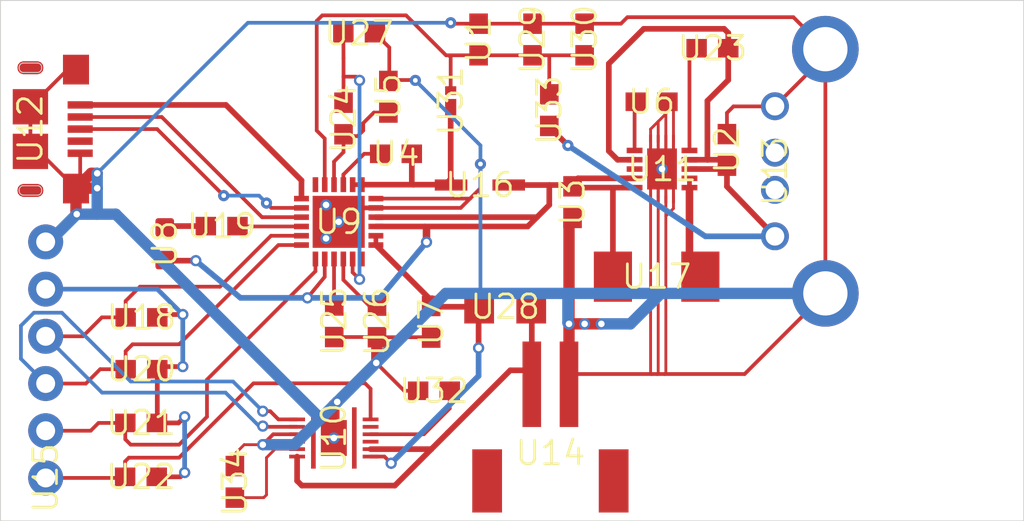
<source format=kicad_pcb>
(kicad_pcb (version 20241229) (generator "pcbnew") (generator_version "9.0")
  (layers (0 "F.Cu" signal "Top") (2 "B.Cu" signal "Bottom") (13 "F.Paste" user) (15 "B.Paste" user) (5 "F.SilkS" user) (7 "B.SilkS" user) (1 "F.Mask" user) (3 "B.Mask" user) (25 "Edge.Cuts" user))
  (net 0 "")
  (net 1 "GND")
  (net 2 "3.3V")
  (net 3 "5V")
  (net 4 "Net-(IC1-Pad24)")
  (net 5 "Net-(C4-Pad1)")
  (net 6 "/REG")
  (net 7 "Net-(C3-Pad2)")
  (net 8 "Net-(C3-Pad1)")
  (net 9 "/VBAT_MAIN")
  (net 10 "/VBAT_CELL")
  (net 11 "Net-(IC1-Pad12)")
  (net 12 "Net-(IC1-Pad11)")
  (net 13 "Net-(IC1-Pad10)")
  (net 14 "Net-(IC1-Pad9)")
  (net 15 "/CHG_INT")
  (net 16 "/SDA")
  (net 17 "/SCL")
  (net 18 "Net-(IC1-Pad4)")
  (net 19 "Net-(IC1-Pad3)")
  (net 20 "Net-(IC1-Pad2)")
  (net 21 "Net-(IC1-Pad1)")
  (net 22 "/FUEL_INT")
  (net 23 "Net-(IC2-Pad11)")
  (net 24 "Net-(IC2-Pad10)")
  (net 25 "Net-(IC2-Pad9)")
  (net 26 "Net-(IC2-Pad6)")
  (net 27 "Net-(C10-Pad1)")
  (net 28 "Net-(IC2-Pad4)")
  (net 29 "Net-(J1-PadID)")
  (net 30 "Net-(J2-Pad3)")
  (net 31 "Net-(J2-Pad2)")
  (net 32 "Net-(J3-PadNC2)")
  (net 33 "Net-(J3-PadNC1)")
  (net 34 "Net-(D2-PadC)")
  (net 35 "Net-(IC3-Pad8)")
  (net 36 "Net-(C7-Pad1)")
  (net 37 "Net-(IC3-Pad5)")
  (net 38 "Net-(IC3-Pad1)")
  (footprint "batteryCharger:0603" (layer "F.Cu") (at 160.0511 99.0436 90)
    (property "Reference" "U2")
    (property "Value" "")
  )
  (footprint "batteryCharger:0603" (layer "F.Cu") (at 151.7511 101.8536 -90)
    (property "Reference" "U3")
    (property "Value" "")
  )
  (footprint "batteryCharger:0603" (layer "F.Cu") (at 142.2611 99.2536 180)
    (property "Reference" "U4")
    (property "Value" "")
  )
  (footprint "batteryCharger:0603" (layer "F.Cu") (at 141.8511 96.1836 90)
    (property "Reference" "U5")
    (property "Value" "")
  )
  (footprint "batteryCharger:0603" (layer "F.Cu") (at 156.0011 96.4536)
    (property "Reference" "U6")
    (property "Value" "")
  )
  (footprint "batteryCharger:0603" (layer "F.Cu") (at 144.1511 108.2936 -90)
    (property "Reference" "U7")
    (property "Value" "")
  )
  (footprint "batteryCharger:LED-0603" (layer "F.Cu") (at 129.8311 104.0936 90)
    (property "Reference" "U8")
    (property "Value" "")
  )
  (footprint "batteryCharger:QFN50P400X400X100-25N" (layer "F.Cu") (at 139.1811 102.9136)
    (property "Reference" "U9")
    (property "Value" "")
  )
  (footprint "batteryCharger:BQ27441DRZRG1A" (layer "F.Cu") (at 138.9211 114.5436 -90)
    (property "Reference" "U10")
    (property "Value" "")
  )
  (footprint "batteryCharger:SON50P300X300X100-11N" (layer "F.Cu") (at 156.5611 100.0736 180)
    (property "Reference" "U11")
    (property "Value" "")
  )
  (footprint "batteryCharger:10118193-0001LF" (layer "F.Cu") (at 122.6111 97.9236 -90)
    (property "Reference" "U12")
    (property "Value" "")
    (fp_line (start -3.55 0.4) (end -3.55 -0.4) (stroke (width 0.05)) (layer "Edge.Cuts"))
    (fp_line (start 3.05 0.4) (end 3.05 -0.4) (stroke (width 0.05)) (layer "Edge.Cuts"))
    (fp_line (start -3.05 -0.4) (end -3.05 0.4) (stroke (width 0.05)) (layer "Edge.Cuts"))
    (fp_line (start 3.55 -0.4) (end 3.55 0.4) (stroke (width 0.05)) (layer "Edge.Cuts"))
    (fp_arc (start -3.3 0.6) (mid -3.466421 0.551777) (end -3.55 0.4) (stroke (width 0.05)) (layer "Edge.Cuts"))
    (fp_arc (start 3.3 0.6) (mid 3.133579 0.551777) (end 3.05 0.4) (stroke (width 0.05)) (layer "Edge.Cuts"))
    (fp_arc (start -3.05 0.4) (mid -3.133579 0.551777) (end -3.3 0.6) (stroke (width 0.05)) (layer "Edge.Cuts"))
    (fp_arc (start 3.55 0.4) (mid 3.466421 0.551777) (end 3.3 0.6) (stroke (width 0.05)) (layer "Edge.Cuts"))
    (fp_arc (start -3.55 -0.4) (mid -3.466421 -0.551777) (end -3.3 -0.6) (stroke (width 0.05)) (layer "Edge.Cuts"))
    (fp_arc (start 3.05 -0.4) (mid 3.133579 -0.551777) (end 3.3 -0.6) (stroke (width 0.05)) (layer "Edge.Cuts"))
    (fp_arc (start -3.3 -0.6) (mid -3.133579 -0.551777) (end -3.05 -0.4) (stroke (width 0.05)) (layer "Edge.Cuts"))
    (fp_arc (start 3.3 -0.6) (mid 3.466421 -0.551777) (end 3.55 -0.4) (stroke (width 0.05)) (layer "Edge.Cuts"))
  )
  (footprint "batteryCharger:UE27AC54100" (layer "F.Cu") (at 162.6311 100.1936 90)
    (property "Reference" "U13")
    (property "Value" "")
  )
  (footprint "batteryCharger:JST-2-SMD" (layer "F.Cu") (at 150.5611 115.3536 180)
    (property "Reference" "U14")
    (property "Value" "")
  )
  (footprint "batteryCharger:1X06" (layer "F.Cu") (at 123.4311 116.6936 90)
    (property "Reference" "U15")
    (property "Value" "")
  )
  (footprint "batteryCharger:INDPM3630X200N" (layer "F.Cu") (at 146.7711 100.9336)
    (property "Reference" "U16")
    (property "Value" "")
  )
  (footprint "batteryCharger:INDPM5552X200N" (layer "F.Cu") (at 156.2711 105.8636)
    (property "Reference" "U17")
    (property "Value" "")
  )
  (footprint "batteryCharger:0603" (layer "F.Cu") (at 128.5811 108.0536)
    (property "Reference" "U18")
    (property "Value" "")
  )
  (footprint "batteryCharger:0603" (layer "F.Cu") (at 132.8911 103.1436)
    (property "Reference" "U19")
    (property "Value" "")
  )
  (footprint "batteryCharger:0603" (layer "F.Cu") (at 128.5811 110.8436)
    (property "Reference" "U20")
    (property "Value" "")
  )
  (footprint "batteryCharger:0603" (layer "F.Cu") (at 128.5611 113.7336)
    (property "Reference" "U21")
    (property "Value" "")
  )
  (footprint "batteryCharger:0603" (layer "F.Cu") (at 128.5511 116.6336)
    (property "Reference" "U22")
    (property "Value" "")
  )
  (footprint "batteryCharger:0603" (layer "F.Cu") (at 159.2711 93.5736 180)
    (property "Reference" "U23")
    (property "Value" "")
  )
  (footprint "batteryCharger:0603" (layer "F.Cu") (at 139.4411 97.3536 90)
    (property "Reference" "U24")
    (property "Value" "")
  )
  (footprint "batteryCharger:0603" (layer "F.Cu") (at 138.9411 108.2636 90)
    (property "Reference" "U25")
    (property "Value" "")
  )
  (footprint "batteryCharger:0603" (layer "F.Cu") (at 141.2411 108.2736 90)
    (property "Reference" "U26")
    (property "Value" "")
  )
  (footprint "batteryCharger:0603" (layer "F.Cu") (at 140.2811 92.7636 180)
    (property "Reference" "U27")
    (property "Value" "")
  )
  (footprint "batteryCharger:1206" (layer "F.Cu") (at 148.1311 107.4836)
    (property "Reference" "U28")
    (property "Value" "")
  )
  (footprint "batteryCharger:0603" (layer "F.Cu") (at 146.7011 93.1036 90)
    (property "Reference" "U1")
    (property "Value" "")
  )
  (footprint "batteryCharger:0603" (layer "F.Cu") (at 149.6011 93.1036 90)
    (property "Reference" "U29")
    (property "Value" "")
  )
  (footprint "batteryCharger:0603" (layer "F.Cu") (at 152.4011 93.1036 90)
    (property "Reference" "U30")
    (property "Value" "")
  )
  (footprint "batteryCharger:DSN2_1" (layer "F.Cu") (at 145.2011 96.4036 -90)
    (property "Reference" "U31")
    (property "Value" "")
  )
  (footprint "batteryCharger:0603" (layer "F.Cu") (at 144.3011 112.0036)
    (property "Reference" "U32")
    (property "Value" "")
  )
  (footprint "batteryCharger:0603" (layer "F.Cu") (at 150.5011 96.9036 -90)
    (property "Reference" "U33")
    (property "Value" "")
  )
  (footprint "batteryCharger:0603" (layer "F.Cu") (at 133.6011 116.9036 90)
    (property "Reference" "U34")
    (property "Value" "")
  )
  (gr_line (start 121.0011 119.0036) (end 176.0011 119.0036) (stroke (width 0.05)) (layer "Edge.Cuts"))
  (gr_line (start 176.0011 91.0036) (end 121.0011 91.0036) (stroke (width 0.05)) (layer "Edge.Cuts"))
  (gr_line (start 121.0011 91.0036) (end 121.0011 119.0036) (stroke (width 0.05)) (layer "Edge.Cuts"))
  (gr_line (start 176.0011 119.0036) (end 176.0011 91.0036) (stroke (width 0.05)) (layer "Edge.Cuts"))
  (segment (start 152.4011 108.4036) (end 153.3011 108.4036) (width 0.6096) (layer "F.Cu") (net 1))
  (segment (start 141.2311 110.4736) (end 141.2311 109.1136) (width 0.6096) (layer "F.Cu") (net 1))
  (segment (start 141.1811 101.6636) (end 146.2411 101.6636) (width 0.2) (layer "F.Cu") (net 1))
  (segment (start 135.6611 114.3436) (end 135.1011 114.9036) (width 0.2) (layer "F.Cu") (net 1))
  (segment (start 125.0611 102.4636) (end 125.1011 102.5036) (width 0.6096) (layer "F.Cu") (net 1))
  (segment (start 145.7411 102.1636) (end 146.2411 101.6636) (width 0.2) (layer "F.Cu") (net 1))
  (segment (start 125.0611 101.1236) (end 125.0611 102.4636) (width 0.6096) (layer "F.Cu") (net 1))
  (segment (start 156.7661 98.6186) (end 156.7661 97.1036) (width 0.1524) (layer "F.Cu") (net 1))
  (segment (start 151.5611 102.8936) (end 151.7511 102.7036) (width 0.6096) (layer "F.Cu") (net 1))
  (segment (start 156.7661 96.5386) (end 156.8111 96.4936) (width 0.1524) (layer "F.Cu") (net 1))
  (segment (start 141.2011 110.5036) (end 141.2311 110.4736) (width 0.6096) (layer "F.Cu") (net 1))
  (segment (start 126.2011 100.3036) (end 125.8811 100.3036) (width 0.6096) (layer "F.Cu") (net 1))
  (segment (start 136.9461 114.3436) (end 135.6611 114.3436) (width 0.2) (layer "F.Cu") (net 1))
  (segment (start 139.1011 112.6036) (end 138.9211 112.7836) (width 0.6096) (layer "F.Cu") (net 1))
  (segment (start 151.5611 108.4036) (end 152.4011 108.4036) (width 0.6096) (layer "F.Cu") (net 1))
  (segment (start 125.3011 101.1036) (end 125.1911 100.9936) (width 0.6096) (layer "F.Cu") (net 1))
  (segment (start 156.7661 97.1036) (end 156.7661 96.5386) (width 0.1524) (layer "F.Cu") (net 1))
  (segment (start 126.2011 101.1036) (end 125.3011 101.1036) (width 0.6096) (layer "F.Cu") (net 1))
  (segment (start 151.5611 108.4036) (end 151.5611 109.6036) (width 0.6096) (layer "F.Cu") (net 1))
  (segment (start 146.2411 101.6636) (end 146.8011 101.1036) (width 0.2) (layer "F.Cu") (net 1))
  (segment (start 138.9211 112.7836) (end 138.9211 114.5436) (width 0.6096) (layer "F.Cu") (net 1))
  (segment (start 151.5611 108.4036) (end 151.5611 102.8936) (width 0.6096) (layer "F.Cu") (net 1))
  (segment (start 165.3411 93.6236) (end 165.3411 106.7636) (width 0.2) (layer "F.Cu") (net 1))
  (segment (start 125.8811 100.3036) (end 125.0611 101.1236) (width 0.6096) (layer "F.Cu") (net 1))
  (segment (start 141.1811 102.1636) (end 145.7411 102.1636) (width 0.2) (layer "F.Cu") (net 1))
  (segment (start 122.6111 99.1236) (end 122.6111 96.7236) (width 0.2) (layer "F.Cu") (net 1))
  (segment (start 141.9011 95.2836) (end 141.8511 95.3336) (width 0.2) (layer "F.Cu") (net 1))
  (segment (start 123.0611 99.1236) (end 122.6111 99.1236) (width 0.2) (layer "F.Cu") (net 1))
  (segment (start 141.2311 109.1136) (end 141.2411 109.1236) (width 0.2) (layer "F.Cu") (net 1))
  (segment (start 125.0611 101.1236) (end 125.1911 100.9936) (width 0.2) (layer "F.Cu") (net 1))
  (segment (start 122.6111 96.7236) (end 124.6111 94.7236) (width 0.2) (layer "F.Cu") (net 1))
  (segment (start 124.6111 94.7236) (end 125.0611 94.7236) (width 0.2) (layer "F.Cu") (net 1))
  (segment (start 138.9411 109.1136) (end 141.2311 109.1136) (width 0.2) (layer "F.Cu") (net 1))
  (segment (start 141.2411 109.1236) (end 144.1311 109.1236) (width 0.2) (layer "F.Cu") (net 1))
  (segment (start 151.5611 111.6536) (end 151.5611 111.1036) (width 0.2) (layer "F.Cu") (net 1))
  (segment (start 125.2861 100.8986) (end 125.2861 99.2236) (width 0.2) (layer "F.Cu") (net 1))
  (segment (start 151.5611 109.6036) (end 151.5611 111.1036) (width 0.2) (layer "F.Cu") (net 1))
  (segment (start 144.1311 109.1236) (end 144.1511 109.1436) (width 0.2) (layer "F.Cu") (net 1))
  (segment (start 125.1911 100.9936) (end 125.2861 100.8986) (width 0.2) (layer "F.Cu") (net 1))
  (segment (start 125.0611 101.1236) (end 123.0611 99.1236) (width 0.2) (layer "F.Cu") (net 1))
  (segment (start 156.8111 96.4936) (end 156.8511 96.4536) (width 0.2) (layer "F.Cu") (net 1))
  (segment (start 160.4011 96.7036) (end 162.6211 96.7036) (width 0.2) (layer "F.Cu") (net 1))
  (segment (start 165.3411 93.9836) (end 165.3411 93.6236) (width 0.2) (layer "F.Cu") (net 1))
  (segment (start 156.0011 111.1036) (end 151.5611 111.1036) (width 0.2) (layer "F.Cu") (net 1))
  (segment (start 165.3411 106.7636) (end 161.0011 111.1036) (width 0.2) (layer "F.Cu") (net 1))
  (segment (start 160.0511 97.0536) (end 160.4011 96.7036) (width 0.2) (layer "F.Cu") (net 1))
  (segment (start 160.0511 98.1936) (end 160.0511 97.0536) (width 0.2) (layer "F.Cu") (net 1))
  (segment (start 162.6211 96.7036) (end 162.6311 96.6936) (width 0.2) (layer "F.Cu") (net 1))
  (segment (start 162.6311 96.6936) (end 165.3411 93.9836) (width 0.2) (layer "F.Cu") (net 1))
  (segment (start 156.7011 111.1036) (end 156.3011 111.1036) (width 0.2) (layer "F.Cu") (net 1))
  (segment (start 161.0011 111.1036) (end 156.7011 111.1036) (width 0.2) (layer "F.Cu") (net 1))
  (segment (start 156.3011 111.1036) (end 156.0011 111.1036) (width 0.2) (layer "F.Cu") (net 1))
  (segment (start 156.7661 98.6186) (end 156.7661 99.8646) (width 0.1524) (layer "F.Cu") (net 1))
  (segment (start 163.6211 91.9036) (end 154.7011 91.9036) (width 0.2) (layer "F.Cu") (net 1))
  (segment (start 152.4011 92.2536) (end 149.6011 92.2536) (width 0.2) (layer "F.Cu") (net 1))
  (segment (start 156.3561 111.0486) (end 156.3011 111.1036) (width 0.1524) (layer "F.Cu") (net 1))
  (segment (start 156.7661 111.0386) (end 156.7011 111.1036) (width 0.1524) (layer "F.Cu") (net 1))
  (segment (start 157.1761 98.6186) (end 157.1761 96.7786) (width 0.1524) (layer "F.Cu") (net 1))
  (segment (start 155.9461 97.9236) (end 156.3561 97.5136) (width 0.1524) (layer "F.Cu") (net 1))
  (segment (start 157.1761 102.1936) (end 156.7661 102.6036) (width 0.1524) (layer "F.Cu") (net 1))
  (segment (start 139.1811 102.9136) (end 138.5011 102.2336) (width 0.254) (layer "F.Cu") (net 1))
  (segment (start 143.3011 95.3036) (end 143.2811 95.2836) (width 0.2) (layer "F.Cu") (net 1))
  (segment (start 143.4511 112.0036) (end 142.7011 112.0036) (width 0.2) (layer "F.Cu") (net 1))
  (segment (start 157.1761 96.7786) (end 156.8511 96.4536) (width 0.1524) (layer "F.Cu") (net 1))
  (segment (start 155.9461 101.5236) (end 155.9461 111.0486) (width 0.1524) (layer "F.Cu") (net 1))
  (segment (start 141.1811 102.1636) (end 139.4411 102.1636) (width 0.254) (layer "F.Cu") (net 1))
  (segment (start 142.7011 112.0036) (end 141.2011 110.5036) (width 0.2) (layer "F.Cu") (net 1))
  (segment (start 133.6011 115.4036) (end 134.1011 114.9036) (width 0.1524) (layer "F.Cu") (net 1))
  (segment (start 138.5011 102.2336) (end 138.5011 102.0036) (width 0.254) (layer "F.Cu") (net 1))
  (segment (start 141.1311 92.7636) (end 141.9011 93.5336) (width 0.2) (layer "F.Cu") (net 1))
  (segment (start 155.9461 111.0486) (end 156.0011 111.1036) (width 0.1524) (layer "F.Cu") (net 1))
  (segment (start 156.7661 101.5236) (end 156.7661 102.6036) (width 0.1524) (layer "F.Cu") (net 1))
  (segment (start 133.6011 116.0536) (end 133.6011 115.4036) (width 0.1524) (layer "F.Cu") (net 1))
  (segment (start 134.1011 114.9036) (end 135.1011 114.9036) (width 0.1524) (layer "F.Cu") (net 1))
  (segment (start 155.9461 98.6186) (end 155.9461 97.9236) (width 0.1524) (layer "F.Cu") (net 1))
  (segment (start 139.4411 102.1636) (end 139.1811 102.4236) (width 0.254) (layer "F.Cu") (net 1))
  (segment (start 139.1811 102.9136) (end 139.1811 103.1236) (width 0.254) (layer "F.Cu") (net 1))
  (segment (start 156.3561 101.5236) (end 156.3561 100.2746) (width 0.1524) (layer "F.Cu") (net 1))
  (segment (start 156.7661 102.6036) (end 156.7661 111.0386) (width 0.1524) (layer "F.Cu") (net 1))
  (segment (start 139.1811 103.1236) (end 138.5011 103.8036) (width 0.254) (layer "F.Cu") (net 1))
  (segment (start 156.7661 99.8646) (end 156.5611 100.0696) (width 0.1524) (layer "F.Cu") (net 1))
  (segment (start 156.3561 100.2746) (end 156.5611 100.0696) (width 0.1524) (layer "F.Cu") (net 1))
  (segment (start 146.8011 101.1036) (end 146.8011 99.8036) (width 0.2) (layer "F.Cu") (net 1))
  (segment (start 143.2811 95.2836) (end 141.9011 95.2836) (width 0.2) (layer "F.Cu") (net 1))
  (segment (start 156.3561 97.5136) (end 156.7661 97.1036) (width 0.1524) (layer "F.Cu") (net 1))
  (segment (start 141.9011 93.5336) (end 141.9011 95.2836) (width 0.2) (layer "F.Cu") (net 1))
  (segment (start 165.3411 93.6236) (end 163.6211 91.9036) (width 0.2) (layer "F.Cu") (net 1))
  (segment (start 139.1811 102.4236) (end 139.1811 102.9136) (width 0.254) (layer "F.Cu") (net 1))
  (segment (start 156.3561 101.5236) (end 156.3561 111.0486) (width 0.1524) (layer "F.Cu") (net 1))
  (segment (start 156.3561 98.6186) (end 156.3561 97.5136) (width 0.1524) (layer "F.Cu") (net 1))
  (segment (start 157.1761 101.5236) (end 157.1761 102.1936) (width 0.1524) (layer "F.Cu") (net 1))
  (segment (start 149.6011 92.2536) (end 146.7011 92.2536) (width 0.2) (layer "F.Cu") (net 1))
  (segment (start 146.7011 92.2536) (end 145.2511 92.2536) (width 0.2) (layer "F.Cu") (net 1))
  (segment (start 154.3511 92.2536) (end 152.4011 92.2536) (width 0.2) (layer "F.Cu") (net 1))
  (segment (start 145.2511 92.2536) (end 145.2011 92.2036) (width 0.2) (layer "F.Cu") (net 1))
  (segment (start 154.7011 91.9036) (end 154.3511 92.2536) (width 0.2) (layer "F.Cu") (net 1))
  (via (at 139.1011 112.6036) (size 0.604) (drill 0.35) (layers "F.Cu" "B.Cu") (net 1))
  (via (at 153.3011 108.4036) (size 0.604) (drill 0.35) (layers "F.Cu" "B.Cu") (net 1))
  (via (at 135.1011 114.9036) (size 0.604) (drill 0.35) (layers "F.Cu" "B.Cu") (net 1))
  (via (at 152.4011 108.4036) (size 0.604) (drill 0.35) (layers "F.Cu" "B.Cu") (net 1))
  (via (at 141.2011 110.5036) (size 0.604) (drill 0.35) (layers "F.Cu" "B.Cu") (net 1))
  (via (at 126.2011 101.1036) (size 0.604) (drill 0.35) (layers "F.Cu" "B.Cu") (net 1))
  (via (at 151.5611 108.4036) (size 0.604) (drill 0.35) (layers "F.Cu" "B.Cu") (net 1))
  (via (at 125.1011 102.5036) (size 0.604) (drill 0.35) (layers "F.Cu" "B.Cu") (net 1))
  (via (at 126.2011 100.3036) (size 0.604) (drill 0.35) (layers "F.Cu" "B.Cu") (net 1))
  (via (at 145.2011 92.2036) (size 0.6) (drill 0.254) (layers "F.Cu" "B.Cu") (net 1))
  (via (at 138.5011 102.0036) (size 0.604) (drill 0.35) (layers "F.Cu" "B.Cu") (net 1))
  (via (at 138.5011 103.8036) (size 0.604) (drill 0.35) (layers "F.Cu" "B.Cu") (net 1))
  (via (at 146.8011 99.8036) (size 0.6) (drill 0.254) (layers "F.Cu" "B.Cu") (net 1))
  (via (at 143.3011 95.3036) (size 0.6) (drill 0.254) (layers "F.Cu" "B.Cu") (net 1))
  (via (at 138.9211 114.5436) (size 0.604) (drill 0.35) (layers "F.Cu" "B.Cu") (net 1))
  (via (at 156.5611 100.0696) (size 0.604) (drill 0.35) (layers "F.Cu" "B.Cu") (net 1))
  (via (at 139.1811 102.9136) (size 0.604) (drill 0.35) (layers "F.Cu" "B.Cu") (net 1))
  (segment (start 126.2011 101.1036) (end 126.2011 100.3036) (width 0.6096) (layer "B.Cu") (net 1))
  (segment (start 153.3011 108.4036) (end 154.8611 108.4036) (width 0.6096) (layer "B.Cu") (net 1))
  (segment (start 151.7011 106.7636) (end 146.9011 106.7636) (width 0.6096) (layer "B.Cu") (net 1))
  (segment (start 126.2011 102.5036) (end 126.2011 101.1036) (width 0.6096) (layer "B.Cu") (net 1))
  (segment (start 156.5011 106.7636) (end 151.7011 106.7636) (width 0.6096) (layer "B.Cu") (net 1))
  (segment (start 165.3411 106.7636) (end 156.5011 106.7636) (width 0.6096) (layer "B.Cu") (net 1))
  (segment (start 151.7011 106.7636) (end 151.5011 106.9636) (width 0.6096) (layer "B.Cu") (net 1))
  (segment (start 125.1011 102.5036) (end 123.6111 103.9936) (width 0.6096) (layer "B.Cu") (net 1))
  (segment (start 136.8011 114.9036) (end 138.2011 113.5036) (width 0.6096) (layer "B.Cu") (net 1))
  (segment (start 123.6111 103.9936) (end 123.4311 103.9936) (width 0.6096) (layer "B.Cu") (net 1))
  (segment (start 151.5011 108.3436) (end 151.5611 108.4036) (width 0.6096) (layer "B.Cu") (net 1))
  (segment (start 154.8611 108.4036) (end 156.5011 106.7636) (width 0.6096) (layer "B.Cu") (net 1))
  (segment (start 141.2011 110.5036) (end 139.1011 112.6036) (width 0.6096) (layer "B.Cu") (net 1))
  (segment (start 126.2011 102.5036) (end 127.2011 102.5036) (width 0.6096) (layer "B.Cu") (net 1))
  (segment (start 146.9011 106.7636) (end 144.9411 106.7636) (width 0.6096) (layer "B.Cu") (net 1))
  (segment (start 138.2011 113.5036) (end 139.1011 112.6036) (width 0.6096) (layer "B.Cu") (net 1))
  (segment (start 125.1011 102.5036) (end 126.2011 102.5036) (width 0.6096) (layer "B.Cu") (net 1))
  (segment (start 151.5011 106.9636) (end 151.5011 108.3436) (width 0.6096) (layer "B.Cu") (net 1))
  (segment (start 144.9411 106.7636) (end 141.2011 110.5036) (width 0.6096) (layer "B.Cu") (net 1))
  (segment (start 135.1011 114.9036) (end 136.8011 114.9036) (width 0.6096) (layer "B.Cu") (net 1))
  (segment (start 127.2011 102.5036) (end 138.2011 113.5036) (width 0.6096) (layer "B.Cu") (net 1))
  (segment (start 146.8011 98.8036) (end 143.3011 95.3036) (width 0.2) (layer "B.Cu") (net 1))
  (segment (start 145.2011 92.2036) (end 134.3011 92.2036) (width 0.2) (layer "B.Cu") (net 1))
  (segment (start 134.3011 92.2036) (end 126.2011 100.3036) (width 0.2) (layer "B.Cu") (net 1))
  (segment (start 146.8011 106.6636) (end 146.9011 106.7636) (width 0.2) (layer "B.Cu") (net 1))
  (segment (start 146.8011 99.8036) (end 146.8011 106.6636) (width 0.2) (layer "B.Cu") (net 1))
  (segment (start 146.8011 99.8036) (end 146.8011 98.8036) (width 0.2) (layer "B.Cu") (net 1))
  (segment (start 130.8011 107.9036) (end 129.5811 107.9036) (width 0.254) (layer "F.Cu") (net 2))
  (segment (start 130.9011 116.4036) (end 130.6711 116.6336) (width 0.254) (layer "F.Cu") (net 2))
  (segment (start 129.4311 113.7136) (end 129.4111 113.7336) (width 0.254) (layer "F.Cu") (net 2))
  (segment (start 129.4311 110.8436) (end 129.4311 113.7136) (width 0.254) (layer "F.Cu") (net 2))
  (segment (start 129.4111 113.7336) (end 130.5711 113.7336) (width 0.254) (layer "F.Cu") (net 2))
  (segment (start 130.5711 113.7336) (end 130.9011 113.4036) (width 0.254) (layer "F.Cu") (net 2))
  (segment (start 130.8011 110.7036) (end 129.5711 110.7036) (width 0.254) (layer "F.Cu") (net 2))
  (segment (start 129.5711 110.7036) (end 129.4311 110.8436) (width 0.254) (layer "F.Cu") (net 2))
  (segment (start 130.6711 116.6336) (end 129.4011 116.6336) (width 0.254) (layer "F.Cu") (net 2))
  (segment (start 129.5811 107.9036) (end 129.4311 108.0536) (width 0.254) (layer "F.Cu") (net 2))
  (via (at 130.9011 116.4036) (size 0.604) (drill 0.35) (layers "F.Cu" "B.Cu") (net 2))
  (via (at 130.8011 110.7036) (size 0.604) (drill 0.35) (layers "F.Cu" "B.Cu") (net 2))
  (via (at 130.8011 107.9036) (size 0.604) (drill 0.35) (layers "F.Cu" "B.Cu") (net 2))
  (via (at 130.9011 113.4036) (size 0.604) (drill 0.35) (layers "F.Cu" "B.Cu") (net 2))
  (segment (start 130.8011 107.9036) (end 130.8011 110.7036) (width 0.254) (layer "B.Cu") (net 2))
  (segment (start 129.4311 106.5336) (end 123.4311 106.5336) (width 0.254) (layer "B.Cu") (net 2))
  (segment (start 130.9011 113.4036) (end 130.9011 116.4036) (width 0.254) (layer "B.Cu") (net 2))
  (segment (start 130.8011 107.9036) (end 129.4311 106.5336) (width 0.254) (layer "B.Cu") (net 2))
  (segment (start 155.5741 92.5306) (end 159.9011 92.5306) (width 0.3048) (layer "F.Cu") (net 3))
  (segment (start 160.0511 99.8936) (end 160.0511 101.0136) (width 0.3048) (layer "F.Cu") (net 3))
  (segment (start 159.6311 99.5736) (end 160.0511 99.8936) (width 0.3048) (layer "F.Cu") (net 3))
  (segment (start 151.5011 98.8036) (end 150.5511 97.8536) (width 0.3048) (layer "F.Cu") (net 3))
  (segment (start 159.9011 92.5306) (end 160.1211 92.7506) (width 0.3048) (layer "F.Cu") (net 3))
  (segment (start 160.1211 95.2836) (end 160.1211 93.5736) (width 0.3048) (layer "F.Cu") (net 3))
  (segment (start 150.5511 97.8536) (end 150.5511 97.8036) (width 0.4064) (layer "F.Cu") (net 3))
  (segment (start 159.0011 99.5736) (end 159.6311 99.5736) (width 0.3048) (layer "F.Cu") (net 3))
  (segment (start 159.0011 99.5736) (end 159.0011 96.4036) (width 0.3048) (layer "F.Cu") (net 3))
  (segment (start 159.0011 96.4036) (end 160.1211 95.2836) (width 0.3048) (layer "F.Cu") (net 3))
  (segment (start 159.7711 100.0736) (end 160.0511 99.8936) (width 0.3048) (layer "F.Cu") (net 3))
  (segment (start 153.7011 94.4036) (end 155.5741 92.5306) (width 0.3048) (layer "F.Cu") (net 3))
  (segment (start 155.0861 99.5736) (end 154.1711 99.5736) (width 0.3048) (layer "F.Cu") (net 3))
  (segment (start 160.0511 101.0136) (end 162.6311 103.6936) (width 0.3048) (layer "F.Cu") (net 3))
  (segment (start 154.1711 99.5736) (end 153.7011 99.1036) (width 0.3048) (layer "F.Cu") (net 3))
  (segment (start 153.7011 99.1036) (end 153.7011 94.4036) (width 0.3048) (layer "F.Cu") (net 3))
  (segment (start 158.0361 99.5736) (end 159.0011 99.5736) (width 0.3048) (layer "F.Cu") (net 3))
  (segment (start 160.1211 92.7506) (end 160.1211 93.5736) (width 0.3048) (layer "F.Cu") (net 3))
  (segment (start 150.5511 97.8036) (end 150.5011 97.7536) (width 0.4064) (layer "F.Cu") (net 3))
  (segment (start 158.0361 100.0736) (end 159.7711 100.0736) (width 0.3048) (layer "F.Cu") (net 3))
  (via (at 151.5011 98.8036) (size 0.6) (drill 0.254) (layers "F.Cu" "B.Cu") (net 3))
  (segment (start 158.8911 103.6936) (end 162.6311 103.6936) (width 0.3048) (layer "B.Cu") (net 3))
  (segment (start 151.5011 98.8036) (end 158.8911 103.6936) (width 0.3048) (layer "B.Cu") (net 3))
  (segment (start 150.5011 96.0536) (end 150.5011 93.9536) (width 0.2) (layer "F.Cu") (net 5))
  (segment (start 138.4311 98.4336) (end 138.0011 98.0036) (width 0.2) (layer "F.Cu") (net 5))
  (segment (start 145.2011 95.8536) (end 145.1011 95.7136) (width 0.2) (layer "F.Cu") (net 5))
  (segment (start 146.7011 93.9536) (end 149.6011 93.9536) (width 0.2) (layer "F.Cu") (net 5))
  (segment (start 149.6011 93.9536) (end 150.5011 93.9536) (width 0.2) (layer "F.Cu") (net 5))
  (segment (start 150.5011 93.9536) (end 152.4011 93.9536) (width 0.2) (layer "F.Cu") (net 5))
  (segment (start 138.0011 92.1036) (end 138.3011 91.8036) (width 0.2) (layer "F.Cu") (net 5))
  (segment (start 142.8011 91.8036) (end 144.9511 93.9536) (width 0.2) (layer "F.Cu") (net 5))
  (segment (start 145.1011 93.9536) (end 146.7011 93.9536) (width 0.2) (layer "F.Cu") (net 5))
  (segment (start 145.2011 95.8536) (end 145.2011 94.0536) (width 0.2) (layer "F.Cu") (net 5))
  (segment (start 144.9511 93.9536) (end 145.1011 93.9536) (width 0.2) (layer "F.Cu") (net 5))
  (segment (start 138.0011 98.0036) (end 138.0011 92.1036) (width 0.2) (layer "F.Cu") (net 5))
  (segment (start 138.3011 91.8036) (end 142.8011 91.8036) (width 0.2) (layer "F.Cu") (net 5))
  (segment (start 145.2011 94.0536) (end 145.1011 93.9536) (width 0.2) (layer "F.Cu") (net 5))
  (segment (start 138.4311 100.9136) (end 138.4311 98.4336) (width 0.2) (layer "F.Cu") (net 5))
  (segment (start 139.4411 99.1636) (end 139.4411 98.3036) (width 0.2) (layer "F.Cu") (net 6))
  (segment (start 138.9311 100.9136) (end 138.9311 99.6736) (width 0.2) (layer "F.Cu") (net 6))
  (segment (start 138.9311 99.6736) (end 139.4411 99.1636) (width 0.2) (layer "F.Cu") (net 6))
  (segment (start 140.5011 98.0036) (end 140.2011 98.3036) (width 0.2) (layer "F.Cu") (net 6))
  (segment (start 141.8511 97.0336) (end 141.0711 97.0336) (width 0.2) (layer "F.Cu") (net 6))
  (segment (start 141.0711 97.0336) (end 140.5011 97.6036) (width 0.2) (layer "F.Cu") (net 6))
  (segment (start 140.5011 97.6036) (end 140.5011 98.0036) (width 0.2) (layer "F.Cu") (net 6))
  (segment (start 140.2011 98.3036) (end 139.4411 98.3036) (width 0.2) (layer "F.Cu") (net 6))
  (segment (start 139.4411 98.3036) (end 139.4411 98.2036) (width 0.2) (layer "F.Cu") (net 6))
  (segment (start 139.4311 100.9136) (end 139.4311 100.3736) (width 0.2) (layer "F.Cu") (net 7))
  (segment (start 139.4311 100.3736) (end 140.5511 99.2536) (width 0.2) (layer "F.Cu") (net 7))
  (segment (start 140.5511 99.2536) (end 141.4111 99.2536) (width 0.2) (layer "F.Cu") (net 7))
  (segment (start 140.4311 100.9136) (end 143.2011 100.9136) (width 0.3048) (layer "F.Cu") (net 8))
  (segment (start 144.9011 100.9136) (end 145.2011 100.9136) (width 0.4064) (layer "F.Cu") (net 8))
  (segment (start 140.4311 100.9136) (end 139.9311 100.9136) (width 0.254) (layer "F.Cu") (net 8))
  (segment (start 143.1111 99.2536) (end 143.1111 100.8236) (width 0.3048) (layer "F.Cu") (net 8))
  (segment (start 145.2011 100.9136) (end 145.2211 100.9336) (width 0.4064) (layer "F.Cu") (net 8))
  (segment (start 145.2261 100.5886) (end 144.9011 100.9136) (width 0.3048) (layer "F.Cu") (net 8))
  (segment (start 145.2011 96.7786) (end 145.2011 100.9136) (width 0.3048) (layer "F.Cu") (net 8))
  (segment (start 143.2011 100.9136) (end 144.9011 100.9136) (width 0.3048) (layer "F.Cu") (net 8))
  (segment (start 143.1111 100.8236) (end 143.2011 100.9136) (width 0.3048) (layer "F.Cu") (net 8))
  (segment (start 143.9011 104.0036) (end 143.9011 103.2636) (width 0.4064) (layer "F.Cu") (net 9))
  (segment (start 153.9211 101.1536) (end 154.0011 101.0736) (width 0.3048) (layer "F.Cu") (net 9))
  (segment (start 131.5011 105.0036) (end 129.8641 105.0036) (width 0.3048) (layer "F.Cu") (net 9))
  (segment (start 143.9011 103.2636) (end 143.8011 103.1636) (width 0.2) (layer "F.Cu") (net 9))
  (segment (start 129.8641 105.0036) (end 129.8311 104.9706) (width 0.2) (layer "F.Cu") (net 9))
  (segment (start 153.9211 105.8636) (end 153.9211 101.1536) (width 0.3048) (layer "F.Cu") (net 9))
  (segment (start 138.4311 104.9136) (end 138.4311 105.8736) (width 0.2) (layer "F.Cu") (net 9))
  (segment (start 138.4311 105.8736) (end 137.5011 107.0036) (width 0.2) (layer "F.Cu") (net 9))
  (segment (start 148.3211 100.9336) (end 150.5011 100.9336) (width 0.3048) (layer "F.Cu") (net 9))
  (segment (start 150.5011 100.9336) (end 151.6811 100.9336) (width 0.3048) (layer "F.Cu") (net 9))
  (segment (start 155.0861 101.0736) (end 154.0011 101.0736) (width 0.3048) (layer "F.Cu") (net 9))
  (segment (start 151.6811 100.9336) (end 151.7511 101.0036) (width 0.4064) (layer "F.Cu") (net 9))
  (segment (start 151.8211 101.0736) (end 151.7511 101.0036) (width 0.4064) (layer "F.Cu") (net 9))
  (segment (start 141.1811 102.6636) (end 149.8411 102.6636) (width 0.3048) (layer "F.Cu") (net 9))
  (segment (start 153.9011 101.0736) (end 151.8211 101.0736) (width 0.3048) (layer "F.Cu") (net 9))
  (segment (start 154.0011 101.0736) (end 153.9011 101.0736) (width 0.3048) (layer "F.Cu") (net 9))
  (segment (start 155.0861 100.5736) (end 152.0411 100.5736) (width 0.3048) (layer "F.Cu") (net 9))
  (segment (start 149.8411 102.6636) (end 150.5011 102.0036) (width 0.3048) (layer "F.Cu") (net 9))
  (segment (start 152.0411 100.5736) (end 151.6811 100.9336) (width 0.3048) (layer "F.Cu") (net 9))
  (segment (start 150.5011 102.0036) (end 150.5011 100.9336) (width 0.3048) (layer "F.Cu") (net 9))
  (segment (start 141.1811 103.1636) (end 143.8011 103.1636) (width 0.3048) (layer "F.Cu") (net 9))
  (segment (start 143.8011 103.1636) (end 149.3411 103.1636) (width 0.3048) (layer "F.Cu") (net 9))
  (segment (start 149.3411 103.1636) (end 149.8411 102.6636) (width 0.3048) (layer "F.Cu") (net 9))
  (segment (start 153.9211 101.0936) (end 153.9011 101.0736) (width 0.3048) (layer "F.Cu") (net 9))
  (via (at 137.5011 107.0036) (size 0.604) (drill 0.35) (layers "F.Cu" "B.Cu") (net 9))
  (via (at 143.9011 104.0036) (size 0.604) (drill 0.35) (layers "F.Cu" "B.Cu") (net 9))
  (via (at 131.5011 105.0036) (size 0.604) (drill 0.35) (layers "F.Cu" "B.Cu") (net 9))
  (segment (start 137.5011 107.0036) (end 141.4011 107.0036) (width 0.3048) (layer "B.Cu") (net 9))
  (segment (start 137.5011 107.0036) (end 133.9011 107.0036) (width 0.3048) (layer "B.Cu") (net 9))
  (segment (start 141.4011 107.0036) (end 143.9011 104.0036) (width 0.3048) (layer "B.Cu") (net 9))
  (segment (start 133.9011 107.0036) (end 131.5011 105.0036) (width 0.3048) (layer "B.Cu") (net 9))
  (segment (start 144.1911 107.4836) (end 144.1511 107.4436) (width 0.8128) (layer "F.Cu") (net 10))
  (segment (start 146.7311 107.4836) (end 144.1911 107.4836) (width 0.3048) (layer "F.Cu") (net 10))
  (segment (start 140.8961 115.5436) (end 141.6411 115.5436) (width 0.2) (layer "F.Cu") (net 10))
  (segment (start 141.6411 115.5436) (end 142.0011 115.9036) (width 0.2) (layer "F.Cu") (net 10))
  (segment (start 141.1811 104.1636) (end 144.1911 107.1736) (width 0.3048) (layer "F.Cu") (net 10))
  (segment (start 144.1911 107.1736) (end 144.1911 107.4836) (width 0.6096) (layer "F.Cu") (net 10))
  (segment (start 146.7011 107.5136) (end 146.7311 107.4836) (width 0.2) (layer "F.Cu") (net 10))
  (segment (start 146.7011 109.7036) (end 146.7011 107.5136) (width 0.3048) (layer "F.Cu") (net 10))
  (segment (start 141.1811 104.1636) (end 141.1811 103.6636) (width 0.254) (layer "F.Cu") (net 10))
  (via (at 142.0011 115.9036) (size 0.604) (drill 0.35) (layers "F.Cu" "B.Cu") (net 10))
  (via (at 146.7011 109.7036) (size 0.604) (drill 0.35) (layers "F.Cu" "B.Cu") (net 10))
  (segment (start 146.7011 111.2036) (end 146.7011 109.7036) (width 0.3048) (layer "B.Cu") (net 10))
  (segment (start 142.0011 115.9036) (end 146.7011 111.2036) (width 0.3048) (layer "B.Cu") (net 10))
  (segment (start 140.1011 95.1036) (end 139.4411 95.1036) (width 0.2) (layer "F.Cu") (net 12))
  (segment (start 139.4411 96.5036) (end 139.4411 95.1036) (width 0.2) (layer "F.Cu") (net 12))
  (segment (start 139.4411 95.1036) (end 139.4411 94.1136) (width 0.2) (layer "F.Cu") (net 12))
  (segment (start 139.9311 105.6336) (end 140.3011 106.0036) (width 0.2) (layer "F.Cu") (net 12))
  (segment (start 139.4411 94.1136) (end 139.4311 92.7636) (width 0.2) (layer "F.Cu") (net 12))
  (segment (start 140.3011 95.3036) (end 140.1011 95.1036) (width 0.2) (layer "F.Cu") (net 12))
  (segment (start 139.9311 104.9136) (end 139.9311 105.6336) (width 0.2) (layer "F.Cu") (net 12))
  (via (at 140.3011 95.3036) (size 0.604) (drill 0.35) (layers "F.Cu" "B.Cu") (net 12))
  (via (at 140.3011 106.0036) (size 0.604) (drill 0.35) (layers "F.Cu" "B.Cu") (net 12))
  (segment (start 140.3011 106.0036) (end 140.3011 95.3036) (width 0.2) (layer "B.Cu") (net 12))
  (segment (start 140.8211 107.4236) (end 141.2411 107.4236) (width 0.2) (layer "F.Cu") (net 13))
  (segment (start 139.4311 104.9136) (end 139.4311 106.0336) (width 0.2) (layer "F.Cu") (net 13))
  (segment (start 139.4311 106.0336) (end 140.8211 107.4236) (width 0.2) (layer "F.Cu") (net 13))
  (segment (start 138.9311 104.9136) (end 138.9311 107.4036) (width 0.2) (layer "F.Cu") (net 14))
  (segment (start 138.9311 107.4036) (end 138.9411 107.4136) (width 0.2) (layer "F.Cu") (net 14))
  (segment (start 132.1011 111.4036) (end 132.1011 113.4036) (width 0.2) (layer "F.Cu") (net 15))
  (segment (start 137.9311 105.5736) (end 132.1011 111.4036) (width 0.2) (layer "F.Cu") (net 15))
  (segment (start 128.0011 114.9036) (end 130.2011 114.9036) (width 0.2) (layer "F.Cu") (net 15))
  (segment (start 137.9311 104.9136) (end 137.9311 105.5736) (width 0.2) (layer "F.Cu") (net 15))
  (segment (start 127.7111 113.7336) (end 126.2711 113.7336) (width 0.2) (layer "F.Cu") (net 15))
  (segment (start 126.2711 113.7336) (end 125.8511 114.1536) (width 0.2) (layer "F.Cu") (net 15))
  (segment (start 130.2011 114.9036) (end 130.4011 114.9036) (width 0.2) (layer "F.Cu") (net 15))
  (segment (start 125.8511 114.1536) (end 123.4311 114.1536) (width 0.2) (layer "F.Cu") (net 15))
  (segment (start 127.7111 113.7336) (end 127.7111 114.6136) (width 0.2) (layer "F.Cu") (net 15))
  (segment (start 127.7111 114.6136) (end 128.0011 114.9036) (width 0.2) (layer "F.Cu") (net 15))
  (segment (start 132.1011 113.4036) (end 130.6011 114.9036) (width 0.2) (layer "F.Cu") (net 15))
  (segment (start 130.6011 114.9036) (end 130.4011 114.9036) (width 0.2) (layer "F.Cu") (net 15))
  (segment (start 127.7311 109.8736) (end 128.1011 109.5036) (width 0.2) (layer "F.Cu") (net 16))
  (segment (start 135.5011 113.1036) (end 135.9411 113.5436) (width 0.2) (layer "F.Cu") (net 16))
  (segment (start 128.1011 109.5036) (end 130.6011 109.5036) (width 0.2) (layer "F.Cu") (net 16))
  (segment (start 127.7311 110.8436) (end 127.7311 109.8736) (width 0.2) (layer "F.Cu") (net 16))
  (segment (start 135.1011 113.1036) (end 135.5011 113.1036) (width 0.2) (layer "F.Cu") (net 16))
  (segment (start 135.9411 113.5436) (end 136.9461 113.5436) (width 0.2) (layer "F.Cu") (net 16))
  (segment (start 126.3611 110.8436) (end 127.7311 110.8436) (width 0.2) (layer "F.Cu") (net 16))
  (segment (start 135.9411 104.1636) (end 137.1811 104.1636) (width 0.2) (layer "F.Cu") (net 16))
  (segment (start 130.6011 109.5036) (end 135.9411 104.1636) (width 0.2) (layer "F.Cu") (net 16))
  (segment (start 123.4311 111.6136) (end 125.5911 111.6136) (width 0.2) (layer "F.Cu") (net 16))
  (segment (start 125.5911 111.6136) (end 126.3611 110.8436) (width 0.2) (layer "F.Cu") (net 16))
  (via (at 135.1011 113.1036) (size 0.604) (drill 0.35) (layers "F.Cu" "B.Cu") (net 16))
  (segment (start 122.1011 110.2836) (end 122.1011 108.5036) (width 0.2) (layer "B.Cu") (net 16))
  (segment (start 128.0011 111.5036) (end 133.5011 111.5036) (width 0.2) (layer "B.Cu") (net 16))
  (segment (start 124.3011 107.8036) (end 128.0011 111.5036) (width 0.2) (layer "B.Cu") (net 16))
  (segment (start 133.5011 111.5036) (end 135.1011 113.1036) (width 0.2) (layer "B.Cu") (net 16))
  (segment (start 122.1011 108.5036) (end 122.8011 107.8036) (width 0.2) (layer "B.Cu") (net 16))
  (segment (start 122.8011 107.8036) (end 124.3011 107.8036) (width 0.2) (layer "B.Cu") (net 16))
  (segment (start 123.4311 111.6136) (end 122.1011 110.2836) (width 0.2) (layer "B.Cu") (net 16))
  (segment (start 137.1811 103.6636) (end 135.5411 103.6636) (width 0.2) (layer "F.Cu") (net 17))
  (segment (start 135.5411 103.6636) (end 132.8011 106.4036) (width 0.2) (layer "F.Cu") (net 17))
  (segment (start 132.8011 106.4036) (end 128.5011 106.4036) (width 0.2) (layer "F.Cu") (net 17))
  (segment (start 127.7311 107.1736) (end 127.7311 108.0536) (width 0.2) (layer "F.Cu") (net 17))
  (segment (start 128.5011 106.4036) (end 127.7311 107.1736) (width 0.2) (layer "F.Cu") (net 17))
  (segment (start 123.4311 109.0736) (end 125.4311 109.0736) (width 0.2) (layer "F.Cu") (net 17))
  (segment (start 125.4311 109.0736) (end 126.4511 108.0536) (width 0.2) (layer "F.Cu") (net 17))
  (segment (start 135.1011 113.9036) (end 135.1411 113.9436) (width 0.2) (layer "F.Cu") (net 17))
  (segment (start 135.1411 113.9436) (end 136.9461 113.9436) (width 0.2) (layer "F.Cu") (net 17))
  (segment (start 126.4511 108.0536) (end 127.7311 108.0536) (width 0.2) (layer "F.Cu") (net 17))
  (via (at 135.1011 113.9036) (size 0.604) (drill 0.35) (layers "F.Cu" "B.Cu") (net 17))
  (segment (start 123.4311 109.0736) (end 126.4611 112.1036) (width 0.2) (layer "B.Cu") (net 17))
  (segment (start 126.4611 112.1036) (end 133.1011 112.1036) (width 0.2) (layer "B.Cu") (net 17))
  (segment (start 134.9011 113.9036) (end 135.1011 113.9036) (width 0.2) (layer "B.Cu") (net 17))
  (segment (start 133.1011 112.1036) (end 134.9011 113.9036) (width 0.2) (layer "B.Cu") (net 17))
  (segment (start 137.1811 103.1636) (end 133.7611 103.1636) (width 0.2) (layer "F.Cu") (net 18))
  (segment (start 133.7611 103.1636) (end 133.7411 103.1436) (width 0.2) (layer "F.Cu") (net 18))
  (segment (start 125.2861 97.2736) (end 129.6711 97.2736) (width 0.2) (layer "F.Cu") (net 19))
  (segment (start 129.6711 97.2736) (end 135.0611 102.6636) (width 0.2) (layer "F.Cu") (net 19))
  (segment (start 135.0611 102.6636) (end 137.1811 102.6636) (width 0.2) (layer "F.Cu") (net 19))
  (segment (start 135.3011 101.9036) (end 135.5611 102.1636) (width 0.2) (layer "F.Cu") (net 20))
  (segment (start 129.4211 97.9236) (end 133.0011 101.5036) (width 0.2) (layer "F.Cu") (net 20))
  (segment (start 125.2861 97.9236) (end 129.4211 97.9236) (width 0.2) (layer "F.Cu") (net 20))
  (segment (start 135.5611 102.1636) (end 137.1811 102.1636) (width 0.2) (layer "F.Cu") (net 20))
  (via (at 135.3011 101.9036) (size 0.6) (drill 0.254) (layers "F.Cu" "B.Cu") (net 20))
  (via (at 133.0011 101.5036) (size 0.6) (drill 0.254) (layers "F.Cu" "B.Cu") (net 20))
  (segment (start 134.9011 101.5036) (end 135.3011 101.9036) (width 0.2) (layer "B.Cu") (net 20))
  (segment (start 133.0011 101.5036) (end 134.9011 101.5036) (width 0.2) (layer "B.Cu") (net 20))
  (segment (start 137.1811 101.6636) (end 137.1811 100.6836) (width 0.3048) (layer "F.Cu") (net 21))
  (segment (start 125.2861 96.6236) (end 133.1211 96.6236) (width 0.3048) (layer "F.Cu") (net 21))
  (segment (start 133.1211 96.6236) (end 137.1811 100.6836) (width 0.3048) (layer "F.Cu") (net 21))
  (segment (start 127.5411 116.6936) (end 127.7011 116.6336) (width 0.2) (layer "F.Cu") (net 22))
  (segment (start 140.8961 111.8986) (end 140.6011 111.6036) (width 0.2) (layer "F.Cu") (net 22))
  (segment (start 140.6011 111.6036) (end 134.6011 111.6036) (width 0.2) (layer "F.Cu") (net 22))
  (segment (start 134.6011 111.6036) (end 130.6011 115.6036) (width 0.2) (layer "F.Cu") (net 22))
  (segment (start 127.7011 115.8036) (end 127.7011 116.6336) (width 0.2) (layer "F.Cu") (net 22))
  (segment (start 123.4311 116.6936) (end 127.5411 116.6936) (width 0.2) (layer "F.Cu") (net 22))
  (segment (start 130.6011 115.6036) (end 127.9011 115.6036) (width 0.2) (layer "F.Cu") (net 22))
  (segment (start 127.9011 115.6036) (end 127.7011 115.8036) (width 0.2) (layer "F.Cu") (net 22))
  (segment (start 140.8961 113.5436) (end 140.8961 111.8986) (width 0.2) (layer "F.Cu") (net 22))
  (segment (start 140.8961 114.3436) (end 143.7611 114.3436) (width 0.2) (layer "F.Cu") (net 24))
  (segment (start 145.1511 112.9536) (end 145.1511 112.0036) (width 0.2) (layer "F.Cu") (net 24))
  (segment (start 143.7611 114.3436) (end 145.1511 112.9536) (width 0.2) (layer "F.Cu") (net 24))
  (segment (start 149.5611 111.6536) (end 149.5611 110.9036) (width 0.8128) (layer "F.Cu") (net 26))
  (segment (start 149.5611 110.9036) (end 149.5611 107.5136) (width 0.3048) (layer "F.Cu") (net 26))
  (segment (start 149.5611 107.5136) (end 149.5311 107.4836) (width 0.8128) (layer "F.Cu") (net 26))
  (segment (start 136.9461 115.5436) (end 136.9461 116.8486) (width 0.3048) (layer "F.Cu") (net 26))
  (segment (start 136.9461 116.8486) (end 137.2011 117.1036) (width 0.3048) (layer "F.Cu") (net 26))
  (segment (start 140.8961 115.1436) (end 144.1611 115.1436) (width 0.3048) (layer "F.Cu") (net 26))
  (segment (start 148.4011 110.9036) (end 149.5611 110.9036) (width 0.3048) (layer "F.Cu") (net 26))
  (segment (start 145.0511 114.2536) (end 148.4011 110.9036) (width 0.3048) (layer "F.Cu") (net 26))
  (segment (start 142.2011 117.1036) (end 144.1611 115.1436) (width 0.3048) (layer "F.Cu") (net 26))
  (segment (start 137.2011 117.1036) (end 142.2011 117.1036) (width 0.3048) (layer "F.Cu") (net 26))
  (segment (start 144.1611 115.1436) (end 145.0511 114.2536) (width 0.3048) (layer "F.Cu") (net 26))
  (segment (start 135.1511 117.7536) (end 133.6011 117.7536) (width 0.1524) (layer "F.Cu") (net 27))
  (segment (start 135.3011 117.6036) (end 135.1511 117.7536) (width 0.1524) (layer "F.Cu") (net 27))
  (segment (start 136.9461 115.1436) (end 135.7611 115.1436) (width 0.1524) (layer "F.Cu") (net 27))
  (segment (start 135.3011 115.6036) (end 135.3011 117.6036) (width 0.1524) (layer "F.Cu") (net 27))
  (segment (start 135.7611 115.1436) (end 135.3011 115.6036) (width 0.1524) (layer "F.Cu") (net 27))
  (segment (start 129.9041 103.1436) (end 129.8311 103.2166) (width 0.2) (layer "F.Cu") (net 34))
  (segment (start 132.0411 103.1436) (end 129.9041 103.1436) (width 0.3048) (layer "F.Cu") (net 34))
  (segment (start 155.0861 99.0736) (end 155.0861 96.5186) (width 0.2) (layer "F.Cu") (net 36))
  (segment (start 155.0861 96.5186) (end 155.1511 96.4536) (width 0.2) (layer "F.Cu") (net 36))
  (segment (start 158.4211 93.5736) (end 158.0361 93.9586) (width 0.2) (layer "F.Cu") (net 37))
  (segment (start 158.0361 93.9586) (end 158.0361 99.0736) (width 0.2) (layer "F.Cu") (net 37))
  (segment (start 158.0361 105.2786) (end 158.0361 101.0736) (width 0.4064) (layer "F.Cu") (net 38))
  (segment (start 158.6211 105.8636) (end 158.0361 105.2786) (width 0.4064) (layer "F.Cu") (net 38))
  (segment (start 158.0361 101.0736) (end 158.0361 100.5736) (width 0.254) (layer "F.Cu") (net 38))
)
</source>
